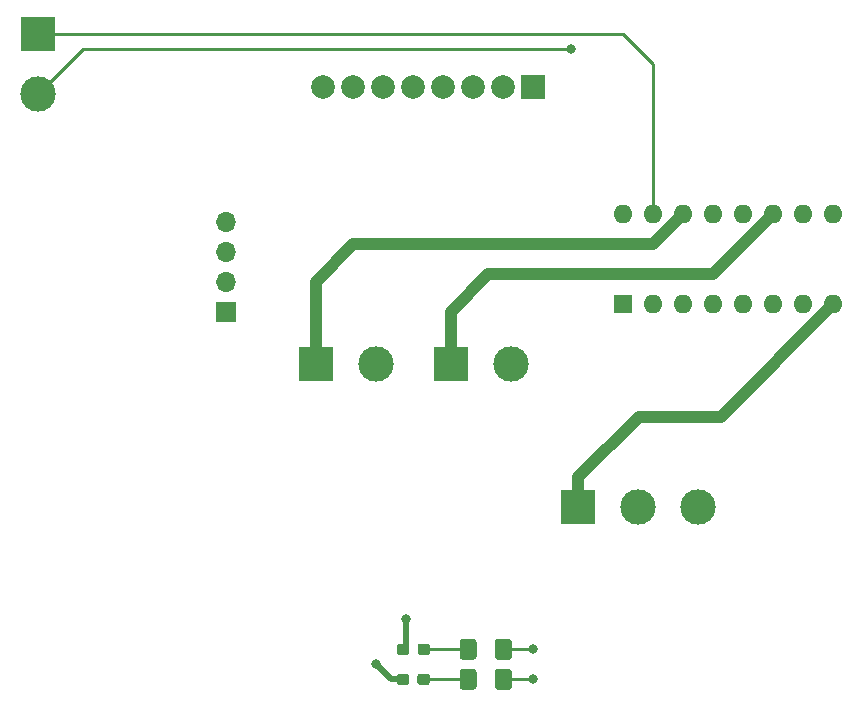
<source format=gbr>
G04 #@! TF.GenerationSoftware,KiCad,Pcbnew,(5.0.0)*
G04 #@! TF.CreationDate,2018-08-26T23:56:50+09:00*
G04 #@! TF.ProjectId,imu,696D752E6B696361645F706362000000,rev?*
G04 #@! TF.SameCoordinates,Original*
G04 #@! TF.FileFunction,Copper,L1,Top,Signal*
G04 #@! TF.FilePolarity,Positive*
%FSLAX46Y46*%
G04 Gerber Fmt 4.6, Leading zero omitted, Abs format (unit mm)*
G04 Created by KiCad (PCBNEW (5.0.0)) date 08/26/18 23:56:50*
%MOMM*%
%LPD*%
G01*
G04 APERTURE LIST*
G04 #@! TA.AperFunction,ComponentPad*
%ADD10R,2.000000X2.000000*%
G04 #@! TD*
G04 #@! TA.AperFunction,ComponentPad*
%ADD11C,2.000000*%
G04 #@! TD*
G04 #@! TA.AperFunction,ComponentPad*
%ADD12R,1.600000X1.600000*%
G04 #@! TD*
G04 #@! TA.AperFunction,ComponentPad*
%ADD13O,1.600000X1.600000*%
G04 #@! TD*
G04 #@! TA.AperFunction,Conductor*
%ADD14C,0.100000*%
G04 #@! TD*
G04 #@! TA.AperFunction,SMDPad,CuDef*
%ADD15C,0.950000*%
G04 #@! TD*
G04 #@! TA.AperFunction,ComponentPad*
%ADD16R,3.000000X3.000000*%
G04 #@! TD*
G04 #@! TA.AperFunction,ComponentPad*
%ADD17C,3.000000*%
G04 #@! TD*
G04 #@! TA.AperFunction,ComponentPad*
%ADD18R,1.700000X1.700000*%
G04 #@! TD*
G04 #@! TA.AperFunction,ComponentPad*
%ADD19O,1.700000X1.700000*%
G04 #@! TD*
G04 #@! TA.AperFunction,SMDPad,CuDef*
%ADD20C,1.425000*%
G04 #@! TD*
G04 #@! TA.AperFunction,ViaPad*
%ADD21C,0.800000*%
G04 #@! TD*
G04 #@! TA.AperFunction,Conductor*
%ADD22C,0.500000*%
G04 #@! TD*
G04 #@! TA.AperFunction,Conductor*
%ADD23C,0.250000*%
G04 #@! TD*
G04 #@! TA.AperFunction,Conductor*
%ADD24C,1.000000*%
G04 #@! TD*
G04 APERTURE END LIST*
D10*
G04 #@! TO.P,U1,1*
G04 #@! TO.N,Net-(U1-Pad1)*
X10160000Y8890000D03*
D11*
G04 #@! TO.P,U1,2*
G04 #@! TO.N,/GY91_VCC*
X7620000Y8890000D03*
G04 #@! TO.P,U1,3*
G04 #@! TO.N,/GY91_GND*
X5080000Y8890000D03*
G04 #@! TO.P,U1,4*
G04 #@! TO.N,/GY91_SCL*
X2540000Y8890000D03*
G04 #@! TO.P,U1,5*
G04 #@! TO.N,/GY91_SDA*
X0Y8890000D03*
G04 #@! TO.P,U1,6*
G04 #@! TO.N,Net-(U1-Pad6)*
X-2540000Y8890000D03*
G04 #@! TO.P,U1,7*
G04 #@! TO.N,Net-(U1-Pad7)*
X-5080000Y8890000D03*
G04 #@! TO.P,U1,8*
G04 #@! TO.N,Net-(U1-Pad8)*
X-7620000Y8890000D03*
G04 #@! TD*
D12*
G04 #@! TO.P,U2,1*
G04 #@! TO.N,Net-(U2-Pad1)*
X17780000Y-9525000D03*
D13*
G04 #@! TO.P,U2,9*
G04 #@! TO.N,/5Vin*
X35560000Y-1905000D03*
G04 #@! TO.P,U2,2*
G04 #@! TO.N,Net-(U2-Pad2)*
X20320000Y-9525000D03*
G04 #@! TO.P,U2,10*
G04 #@! TO.N,/DrogueIn*
X33020000Y-1905000D03*
G04 #@! TO.P,U2,3*
G04 #@! TO.N,Net-(U2-Pad3)*
X22860000Y-9525000D03*
G04 #@! TO.P,U2,11*
G04 #@! TO.N,/DrogueOut*
X30480000Y-1905000D03*
G04 #@! TO.P,U2,4*
G04 #@! TO.N,/GND*
X25400000Y-9525000D03*
G04 #@! TO.P,U2,12*
X27940000Y-1905000D03*
G04 #@! TO.P,U2,5*
X27940000Y-9525000D03*
G04 #@! TO.P,U2,13*
X25400000Y-1905000D03*
G04 #@! TO.P,U2,6*
G04 #@! TO.N,Net-(U2-Pad6)*
X30480000Y-9525000D03*
G04 #@! TO.P,U2,14*
G04 #@! TO.N,/MainOut*
X22860000Y-1905000D03*
G04 #@! TO.P,U2,7*
G04 #@! TO.N,Net-(U2-Pad7)*
X33020000Y-9525000D03*
G04 #@! TO.P,U2,15*
G04 #@! TO.N,/MainIn*
X20320000Y-1905000D03*
G04 #@! TO.P,U2,8*
G04 #@! TO.N,/9Vin*
X35560000Y-9525000D03*
G04 #@! TO.P,U2,16*
G04 #@! TO.N,/5Vin*
X17780000Y-1905000D03*
G04 #@! TD*
D14*
G04 #@! TO.N,Net-(D1-Pad1)*
G04 #@! TO.C,D1*
G36*
X1185779Y-40801144D02*
X1208834Y-40804563D01*
X1231443Y-40810227D01*
X1253387Y-40818079D01*
X1274457Y-40828044D01*
X1294448Y-40840026D01*
X1313168Y-40853910D01*
X1330438Y-40869562D01*
X1346090Y-40886832D01*
X1359974Y-40905552D01*
X1371956Y-40925543D01*
X1381921Y-40946613D01*
X1389773Y-40968557D01*
X1395437Y-40991166D01*
X1398856Y-41014221D01*
X1400000Y-41037500D01*
X1400000Y-41512500D01*
X1398856Y-41535779D01*
X1395437Y-41558834D01*
X1389773Y-41581443D01*
X1381921Y-41603387D01*
X1371956Y-41624457D01*
X1359974Y-41644448D01*
X1346090Y-41663168D01*
X1330438Y-41680438D01*
X1313168Y-41696090D01*
X1294448Y-41709974D01*
X1274457Y-41721956D01*
X1253387Y-41731921D01*
X1231443Y-41739773D01*
X1208834Y-41745437D01*
X1185779Y-41748856D01*
X1162500Y-41750000D01*
X587500Y-41750000D01*
X564221Y-41748856D01*
X541166Y-41745437D01*
X518557Y-41739773D01*
X496613Y-41731921D01*
X475543Y-41721956D01*
X455552Y-41709974D01*
X436832Y-41696090D01*
X419562Y-41680438D01*
X403910Y-41663168D01*
X390026Y-41644448D01*
X378044Y-41624457D01*
X368079Y-41603387D01*
X360227Y-41581443D01*
X354563Y-41558834D01*
X351144Y-41535779D01*
X350000Y-41512500D01*
X350000Y-41037500D01*
X351144Y-41014221D01*
X354563Y-40991166D01*
X360227Y-40968557D01*
X368079Y-40946613D01*
X378044Y-40925543D01*
X390026Y-40905552D01*
X403910Y-40886832D01*
X419562Y-40869562D01*
X436832Y-40853910D01*
X455552Y-40840026D01*
X475543Y-40828044D01*
X496613Y-40818079D01*
X518557Y-40810227D01*
X541166Y-40804563D01*
X564221Y-40801144D01*
X587500Y-40800000D01*
X1162500Y-40800000D01*
X1185779Y-40801144D01*
X1185779Y-40801144D01*
G37*
D15*
G04 #@! TD*
G04 #@! TO.P,D1,1*
G04 #@! TO.N,Net-(D1-Pad1)*
X875000Y-41275000D03*
D14*
G04 #@! TO.N,/9Vin*
G04 #@! TO.C,D1*
G36*
X-564221Y-40801144D02*
X-541166Y-40804563D01*
X-518557Y-40810227D01*
X-496613Y-40818079D01*
X-475543Y-40828044D01*
X-455552Y-40840026D01*
X-436832Y-40853910D01*
X-419562Y-40869562D01*
X-403910Y-40886832D01*
X-390026Y-40905552D01*
X-378044Y-40925543D01*
X-368079Y-40946613D01*
X-360227Y-40968557D01*
X-354563Y-40991166D01*
X-351144Y-41014221D01*
X-350000Y-41037500D01*
X-350000Y-41512500D01*
X-351144Y-41535779D01*
X-354563Y-41558834D01*
X-360227Y-41581443D01*
X-368079Y-41603387D01*
X-378044Y-41624457D01*
X-390026Y-41644448D01*
X-403910Y-41663168D01*
X-419562Y-41680438D01*
X-436832Y-41696090D01*
X-455552Y-41709974D01*
X-475543Y-41721956D01*
X-496613Y-41731921D01*
X-518557Y-41739773D01*
X-541166Y-41745437D01*
X-564221Y-41748856D01*
X-587500Y-41750000D01*
X-1162500Y-41750000D01*
X-1185779Y-41748856D01*
X-1208834Y-41745437D01*
X-1231443Y-41739773D01*
X-1253387Y-41731921D01*
X-1274457Y-41721956D01*
X-1294448Y-41709974D01*
X-1313168Y-41696090D01*
X-1330438Y-41680438D01*
X-1346090Y-41663168D01*
X-1359974Y-41644448D01*
X-1371956Y-41624457D01*
X-1381921Y-41603387D01*
X-1389773Y-41581443D01*
X-1395437Y-41558834D01*
X-1398856Y-41535779D01*
X-1400000Y-41512500D01*
X-1400000Y-41037500D01*
X-1398856Y-41014221D01*
X-1395437Y-40991166D01*
X-1389773Y-40968557D01*
X-1381921Y-40946613D01*
X-1371956Y-40925543D01*
X-1359974Y-40905552D01*
X-1346090Y-40886832D01*
X-1330438Y-40869562D01*
X-1313168Y-40853910D01*
X-1294448Y-40840026D01*
X-1274457Y-40828044D01*
X-1253387Y-40818079D01*
X-1231443Y-40810227D01*
X-1208834Y-40804563D01*
X-1185779Y-40801144D01*
X-1162500Y-40800000D01*
X-587500Y-40800000D01*
X-564221Y-40801144D01*
X-564221Y-40801144D01*
G37*
D15*
G04 #@! TD*
G04 #@! TO.P,D1,2*
G04 #@! TO.N,/9Vin*
X-875000Y-41275000D03*
D14*
G04 #@! TO.N,/5Vin*
G04 #@! TO.C,D2*
G36*
X-550221Y-38261144D02*
X-527166Y-38264563D01*
X-504557Y-38270227D01*
X-482613Y-38278079D01*
X-461543Y-38288044D01*
X-441552Y-38300026D01*
X-422832Y-38313910D01*
X-405562Y-38329562D01*
X-389910Y-38346832D01*
X-376026Y-38365552D01*
X-364044Y-38385543D01*
X-354079Y-38406613D01*
X-346227Y-38428557D01*
X-340563Y-38451166D01*
X-337144Y-38474221D01*
X-336000Y-38497500D01*
X-336000Y-38972500D01*
X-337144Y-38995779D01*
X-340563Y-39018834D01*
X-346227Y-39041443D01*
X-354079Y-39063387D01*
X-364044Y-39084457D01*
X-376026Y-39104448D01*
X-389910Y-39123168D01*
X-405562Y-39140438D01*
X-422832Y-39156090D01*
X-441552Y-39169974D01*
X-461543Y-39181956D01*
X-482613Y-39191921D01*
X-504557Y-39199773D01*
X-527166Y-39205437D01*
X-550221Y-39208856D01*
X-573500Y-39210000D01*
X-1148500Y-39210000D01*
X-1171779Y-39208856D01*
X-1194834Y-39205437D01*
X-1217443Y-39199773D01*
X-1239387Y-39191921D01*
X-1260457Y-39181956D01*
X-1280448Y-39169974D01*
X-1299168Y-39156090D01*
X-1316438Y-39140438D01*
X-1332090Y-39123168D01*
X-1345974Y-39104448D01*
X-1357956Y-39084457D01*
X-1367921Y-39063387D01*
X-1375773Y-39041443D01*
X-1381437Y-39018834D01*
X-1384856Y-38995779D01*
X-1386000Y-38972500D01*
X-1386000Y-38497500D01*
X-1384856Y-38474221D01*
X-1381437Y-38451166D01*
X-1375773Y-38428557D01*
X-1367921Y-38406613D01*
X-1357956Y-38385543D01*
X-1345974Y-38365552D01*
X-1332090Y-38346832D01*
X-1316438Y-38329562D01*
X-1299168Y-38313910D01*
X-1280448Y-38300026D01*
X-1260457Y-38288044D01*
X-1239387Y-38278079D01*
X-1217443Y-38270227D01*
X-1194834Y-38264563D01*
X-1171779Y-38261144D01*
X-1148500Y-38260000D01*
X-573500Y-38260000D01*
X-550221Y-38261144D01*
X-550221Y-38261144D01*
G37*
D15*
G04 #@! TD*
G04 #@! TO.P,D2,2*
G04 #@! TO.N,/5Vin*
X-861000Y-38735000D03*
D14*
G04 #@! TO.N,Net-(D2-Pad1)*
G04 #@! TO.C,D2*
G36*
X1199779Y-38261144D02*
X1222834Y-38264563D01*
X1245443Y-38270227D01*
X1267387Y-38278079D01*
X1288457Y-38288044D01*
X1308448Y-38300026D01*
X1327168Y-38313910D01*
X1344438Y-38329562D01*
X1360090Y-38346832D01*
X1373974Y-38365552D01*
X1385956Y-38385543D01*
X1395921Y-38406613D01*
X1403773Y-38428557D01*
X1409437Y-38451166D01*
X1412856Y-38474221D01*
X1414000Y-38497500D01*
X1414000Y-38972500D01*
X1412856Y-38995779D01*
X1409437Y-39018834D01*
X1403773Y-39041443D01*
X1395921Y-39063387D01*
X1385956Y-39084457D01*
X1373974Y-39104448D01*
X1360090Y-39123168D01*
X1344438Y-39140438D01*
X1327168Y-39156090D01*
X1308448Y-39169974D01*
X1288457Y-39181956D01*
X1267387Y-39191921D01*
X1245443Y-39199773D01*
X1222834Y-39205437D01*
X1199779Y-39208856D01*
X1176500Y-39210000D01*
X601500Y-39210000D01*
X578221Y-39208856D01*
X555166Y-39205437D01*
X532557Y-39199773D01*
X510613Y-39191921D01*
X489543Y-39181956D01*
X469552Y-39169974D01*
X450832Y-39156090D01*
X433562Y-39140438D01*
X417910Y-39123168D01*
X404026Y-39104448D01*
X392044Y-39084457D01*
X382079Y-39063387D01*
X374227Y-39041443D01*
X368563Y-39018834D01*
X365144Y-38995779D01*
X364000Y-38972500D01*
X364000Y-38497500D01*
X365144Y-38474221D01*
X368563Y-38451166D01*
X374227Y-38428557D01*
X382079Y-38406613D01*
X392044Y-38385543D01*
X404026Y-38365552D01*
X417910Y-38346832D01*
X433562Y-38329562D01*
X450832Y-38313910D01*
X469552Y-38300026D01*
X489543Y-38288044D01*
X510613Y-38278079D01*
X532557Y-38270227D01*
X555166Y-38264563D01*
X578221Y-38261144D01*
X601500Y-38260000D01*
X1176500Y-38260000D01*
X1199779Y-38261144D01*
X1199779Y-38261144D01*
G37*
D15*
G04 #@! TD*
G04 #@! TO.P,D2,1*
G04 #@! TO.N,Net-(D2-Pad1)*
X889000Y-38735000D03*
D16*
G04 #@! TO.P,J1,1*
G04 #@! TO.N,/MainIn*
X-31750000Y13335000D03*
D17*
G04 #@! TO.P,J1,2*
G04 #@! TO.N,/DrogueIn*
X-31750000Y8255000D03*
G04 #@! TD*
D16*
G04 #@! TO.P,J2,1*
G04 #@! TO.N,/9Vin*
X13970000Y-26670000D03*
D17*
G04 #@! TO.P,J2,2*
G04 #@! TO.N,/5Vin*
X19050000Y-26670000D03*
G04 #@! TO.P,J2,3*
G04 #@! TO.N,/GND*
X24130000Y-26670000D03*
G04 #@! TD*
D18*
G04 #@! TO.P,J3,1*
G04 #@! TO.N,/GY91_VCC*
X-15875000Y-10160000D03*
D19*
G04 #@! TO.P,J3,2*
G04 #@! TO.N,/GY91_GND*
X-15875000Y-7620000D03*
G04 #@! TO.P,J3,3*
G04 #@! TO.N,/GY91_SCL*
X-15875000Y-5080000D03*
G04 #@! TO.P,J3,4*
G04 #@! TO.N,/GY91_SDA*
X-15875000Y-2540000D03*
G04 #@! TD*
D17*
G04 #@! TO.P,J4,2*
G04 #@! TO.N,/GND*
X-3175000Y-14605000D03*
D16*
G04 #@! TO.P,J4,1*
G04 #@! TO.N,/MainOut*
X-8255000Y-14605000D03*
G04 #@! TD*
G04 #@! TO.P,J5,1*
G04 #@! TO.N,/DrogueOut*
X3175000Y-14605000D03*
D17*
G04 #@! TO.P,J5,2*
G04 #@! TO.N,/GND*
X8255000Y-14605000D03*
G04 #@! TD*
D14*
G04 #@! TO.N,Net-(D1-Pad1)*
G04 #@! TO.C,R1*
G36*
X5132004Y-40401204D02*
X5156273Y-40404804D01*
X5180071Y-40410765D01*
X5203171Y-40419030D01*
X5225349Y-40429520D01*
X5246393Y-40442133D01*
X5266098Y-40456747D01*
X5284277Y-40473223D01*
X5300753Y-40491402D01*
X5315367Y-40511107D01*
X5327980Y-40532151D01*
X5338470Y-40554329D01*
X5346735Y-40577429D01*
X5352696Y-40601227D01*
X5356296Y-40625496D01*
X5357500Y-40650000D01*
X5357500Y-41900000D01*
X5356296Y-41924504D01*
X5352696Y-41948773D01*
X5346735Y-41972571D01*
X5338470Y-41995671D01*
X5327980Y-42017849D01*
X5315367Y-42038893D01*
X5300753Y-42058598D01*
X5284277Y-42076777D01*
X5266098Y-42093253D01*
X5246393Y-42107867D01*
X5225349Y-42120480D01*
X5203171Y-42130970D01*
X5180071Y-42139235D01*
X5156273Y-42145196D01*
X5132004Y-42148796D01*
X5107500Y-42150000D01*
X4182500Y-42150000D01*
X4157996Y-42148796D01*
X4133727Y-42145196D01*
X4109929Y-42139235D01*
X4086829Y-42130970D01*
X4064651Y-42120480D01*
X4043607Y-42107867D01*
X4023902Y-42093253D01*
X4005723Y-42076777D01*
X3989247Y-42058598D01*
X3974633Y-42038893D01*
X3962020Y-42017849D01*
X3951530Y-41995671D01*
X3943265Y-41972571D01*
X3937304Y-41948773D01*
X3933704Y-41924504D01*
X3932500Y-41900000D01*
X3932500Y-40650000D01*
X3933704Y-40625496D01*
X3937304Y-40601227D01*
X3943265Y-40577429D01*
X3951530Y-40554329D01*
X3962020Y-40532151D01*
X3974633Y-40511107D01*
X3989247Y-40491402D01*
X4005723Y-40473223D01*
X4023902Y-40456747D01*
X4043607Y-40442133D01*
X4064651Y-40429520D01*
X4086829Y-40419030D01*
X4109929Y-40410765D01*
X4133727Y-40404804D01*
X4157996Y-40401204D01*
X4182500Y-40400000D01*
X5107500Y-40400000D01*
X5132004Y-40401204D01*
X5132004Y-40401204D01*
G37*
D20*
G04 #@! TD*
G04 #@! TO.P,R1,1*
G04 #@! TO.N,Net-(D1-Pad1)*
X4645000Y-41275000D03*
D14*
G04 #@! TO.N,/GND*
G04 #@! TO.C,R1*
G36*
X8107004Y-40401204D02*
X8131273Y-40404804D01*
X8155071Y-40410765D01*
X8178171Y-40419030D01*
X8200349Y-40429520D01*
X8221393Y-40442133D01*
X8241098Y-40456747D01*
X8259277Y-40473223D01*
X8275753Y-40491402D01*
X8290367Y-40511107D01*
X8302980Y-40532151D01*
X8313470Y-40554329D01*
X8321735Y-40577429D01*
X8327696Y-40601227D01*
X8331296Y-40625496D01*
X8332500Y-40650000D01*
X8332500Y-41900000D01*
X8331296Y-41924504D01*
X8327696Y-41948773D01*
X8321735Y-41972571D01*
X8313470Y-41995671D01*
X8302980Y-42017849D01*
X8290367Y-42038893D01*
X8275753Y-42058598D01*
X8259277Y-42076777D01*
X8241098Y-42093253D01*
X8221393Y-42107867D01*
X8200349Y-42120480D01*
X8178171Y-42130970D01*
X8155071Y-42139235D01*
X8131273Y-42145196D01*
X8107004Y-42148796D01*
X8082500Y-42150000D01*
X7157500Y-42150000D01*
X7132996Y-42148796D01*
X7108727Y-42145196D01*
X7084929Y-42139235D01*
X7061829Y-42130970D01*
X7039651Y-42120480D01*
X7018607Y-42107867D01*
X6998902Y-42093253D01*
X6980723Y-42076777D01*
X6964247Y-42058598D01*
X6949633Y-42038893D01*
X6937020Y-42017849D01*
X6926530Y-41995671D01*
X6918265Y-41972571D01*
X6912304Y-41948773D01*
X6908704Y-41924504D01*
X6907500Y-41900000D01*
X6907500Y-40650000D01*
X6908704Y-40625496D01*
X6912304Y-40601227D01*
X6918265Y-40577429D01*
X6926530Y-40554329D01*
X6937020Y-40532151D01*
X6949633Y-40511107D01*
X6964247Y-40491402D01*
X6980723Y-40473223D01*
X6998902Y-40456747D01*
X7018607Y-40442133D01*
X7039651Y-40429520D01*
X7061829Y-40419030D01*
X7084929Y-40410765D01*
X7108727Y-40404804D01*
X7132996Y-40401204D01*
X7157500Y-40400000D01*
X8082500Y-40400000D01*
X8107004Y-40401204D01*
X8107004Y-40401204D01*
G37*
D20*
G04 #@! TD*
G04 #@! TO.P,R1,2*
G04 #@! TO.N,/GND*
X7620000Y-41275000D03*
D14*
G04 #@! TO.N,/GND*
G04 #@! TO.C,R2*
G36*
X8107004Y-37861204D02*
X8131273Y-37864804D01*
X8155071Y-37870765D01*
X8178171Y-37879030D01*
X8200349Y-37889520D01*
X8221393Y-37902133D01*
X8241098Y-37916747D01*
X8259277Y-37933223D01*
X8275753Y-37951402D01*
X8290367Y-37971107D01*
X8302980Y-37992151D01*
X8313470Y-38014329D01*
X8321735Y-38037429D01*
X8327696Y-38061227D01*
X8331296Y-38085496D01*
X8332500Y-38110000D01*
X8332500Y-39360000D01*
X8331296Y-39384504D01*
X8327696Y-39408773D01*
X8321735Y-39432571D01*
X8313470Y-39455671D01*
X8302980Y-39477849D01*
X8290367Y-39498893D01*
X8275753Y-39518598D01*
X8259277Y-39536777D01*
X8241098Y-39553253D01*
X8221393Y-39567867D01*
X8200349Y-39580480D01*
X8178171Y-39590970D01*
X8155071Y-39599235D01*
X8131273Y-39605196D01*
X8107004Y-39608796D01*
X8082500Y-39610000D01*
X7157500Y-39610000D01*
X7132996Y-39608796D01*
X7108727Y-39605196D01*
X7084929Y-39599235D01*
X7061829Y-39590970D01*
X7039651Y-39580480D01*
X7018607Y-39567867D01*
X6998902Y-39553253D01*
X6980723Y-39536777D01*
X6964247Y-39518598D01*
X6949633Y-39498893D01*
X6937020Y-39477849D01*
X6926530Y-39455671D01*
X6918265Y-39432571D01*
X6912304Y-39408773D01*
X6908704Y-39384504D01*
X6907500Y-39360000D01*
X6907500Y-38110000D01*
X6908704Y-38085496D01*
X6912304Y-38061227D01*
X6918265Y-38037429D01*
X6926530Y-38014329D01*
X6937020Y-37992151D01*
X6949633Y-37971107D01*
X6964247Y-37951402D01*
X6980723Y-37933223D01*
X6998902Y-37916747D01*
X7018607Y-37902133D01*
X7039651Y-37889520D01*
X7061829Y-37879030D01*
X7084929Y-37870765D01*
X7108727Y-37864804D01*
X7132996Y-37861204D01*
X7157500Y-37860000D01*
X8082500Y-37860000D01*
X8107004Y-37861204D01*
X8107004Y-37861204D01*
G37*
D20*
G04 #@! TD*
G04 #@! TO.P,R2,2*
G04 #@! TO.N,/GND*
X7620000Y-38735000D03*
D14*
G04 #@! TO.N,Net-(D2-Pad1)*
G04 #@! TO.C,R2*
G36*
X5132004Y-37861204D02*
X5156273Y-37864804D01*
X5180071Y-37870765D01*
X5203171Y-37879030D01*
X5225349Y-37889520D01*
X5246393Y-37902133D01*
X5266098Y-37916747D01*
X5284277Y-37933223D01*
X5300753Y-37951402D01*
X5315367Y-37971107D01*
X5327980Y-37992151D01*
X5338470Y-38014329D01*
X5346735Y-38037429D01*
X5352696Y-38061227D01*
X5356296Y-38085496D01*
X5357500Y-38110000D01*
X5357500Y-39360000D01*
X5356296Y-39384504D01*
X5352696Y-39408773D01*
X5346735Y-39432571D01*
X5338470Y-39455671D01*
X5327980Y-39477849D01*
X5315367Y-39498893D01*
X5300753Y-39518598D01*
X5284277Y-39536777D01*
X5266098Y-39553253D01*
X5246393Y-39567867D01*
X5225349Y-39580480D01*
X5203171Y-39590970D01*
X5180071Y-39599235D01*
X5156273Y-39605196D01*
X5132004Y-39608796D01*
X5107500Y-39610000D01*
X4182500Y-39610000D01*
X4157996Y-39608796D01*
X4133727Y-39605196D01*
X4109929Y-39599235D01*
X4086829Y-39590970D01*
X4064651Y-39580480D01*
X4043607Y-39567867D01*
X4023902Y-39553253D01*
X4005723Y-39536777D01*
X3989247Y-39518598D01*
X3974633Y-39498893D01*
X3962020Y-39477849D01*
X3951530Y-39455671D01*
X3943265Y-39432571D01*
X3937304Y-39408773D01*
X3933704Y-39384504D01*
X3932500Y-39360000D01*
X3932500Y-38110000D01*
X3933704Y-38085496D01*
X3937304Y-38061227D01*
X3943265Y-38037429D01*
X3951530Y-38014329D01*
X3962020Y-37992151D01*
X3974633Y-37971107D01*
X3989247Y-37951402D01*
X4005723Y-37933223D01*
X4023902Y-37916747D01*
X4043607Y-37902133D01*
X4064651Y-37889520D01*
X4086829Y-37879030D01*
X4109929Y-37870765D01*
X4133727Y-37864804D01*
X4157996Y-37861204D01*
X4182500Y-37860000D01*
X5107500Y-37860000D01*
X5132004Y-37861204D01*
X5132004Y-37861204D01*
G37*
D20*
G04 #@! TD*
G04 #@! TO.P,R2,1*
G04 #@! TO.N,Net-(D2-Pad1)*
X4645000Y-38735000D03*
D21*
G04 #@! TO.N,/5Vin*
X-635000Y-36195000D03*
G04 #@! TO.N,/DrogueIn*
X13335000Y12065000D03*
G04 #@! TO.N,/GND*
X10160000Y-41275000D03*
X10160000Y-38735000D03*
G04 #@! TO.N,/9Vin*
X-3175000Y-40005000D03*
G04 #@! TD*
D22*
G04 #@! TO.N,/5Vin*
X-635000Y-38509000D02*
X-861000Y-38735000D01*
X-635000Y-36195000D02*
X-635000Y-38509000D01*
D23*
G04 #@! TO.N,/DrogueIn*
X-31750000Y8255000D02*
X-27940000Y12065000D01*
X-27940000Y12065000D02*
X13335000Y12065000D01*
D24*
G04 #@! TO.N,/DrogueOut*
X25400000Y-6985000D02*
X30480000Y-1905000D01*
X6350000Y-6985000D02*
X25400000Y-6985000D01*
X3175000Y-14605000D02*
X3175000Y-10160000D01*
X3175000Y-10160000D02*
X6350000Y-6985000D01*
D23*
G04 #@! TO.N,/GND*
X7620000Y-41275000D02*
X10160000Y-41275000D01*
X7620000Y-38735000D02*
X10160000Y-38735000D01*
D24*
G04 #@! TO.N,/MainOut*
X20320000Y-4445000D02*
X22860000Y-1905000D01*
X-5080000Y-4445000D02*
X20320000Y-4445000D01*
X-8255000Y-14605000D02*
X-8255000Y-7620000D01*
X-8255000Y-7620000D02*
X-5080000Y-4445000D01*
D23*
G04 #@! TO.N,/MainIn*
X-31750000Y13335000D02*
X15240000Y13335000D01*
X20320000Y10795000D02*
X20320000Y-1905000D01*
X15240000Y13335000D02*
X17780000Y13335000D01*
X17780000Y13335000D02*
X20320000Y10795000D01*
D22*
G04 #@! TO.N,/9Vin*
X-3175000Y-40005000D02*
X-1905000Y-41275000D01*
X-1905000Y-41275000D02*
X-875000Y-41275000D01*
D24*
X13970000Y-24170000D02*
X19090000Y-19050000D01*
X13970000Y-26670000D02*
X13970000Y-24170000D01*
X26035000Y-19050000D02*
X35560000Y-9525000D01*
X19090000Y-19050000D02*
X26035000Y-19050000D01*
D23*
G04 #@! TO.N,Net-(D1-Pad1)*
X875000Y-41275000D02*
X4645000Y-41275000D01*
G04 #@! TO.N,Net-(D2-Pad1)*
X889000Y-38735000D02*
X4645000Y-38735000D01*
G04 #@! TD*
M02*

</source>
